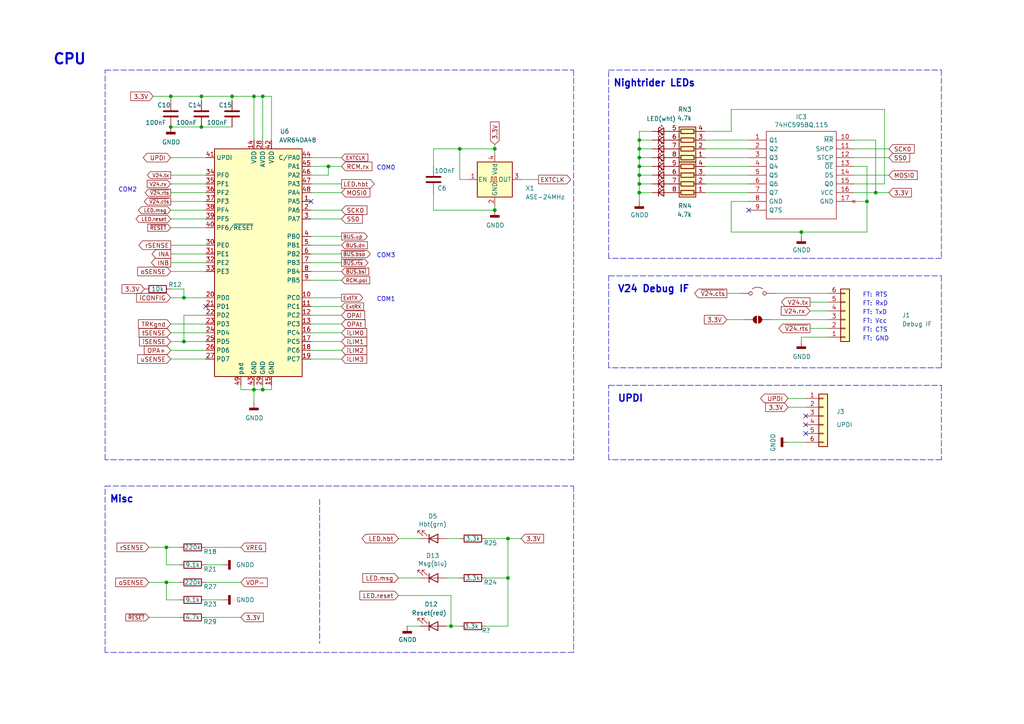
<source format=kicad_sch>
(kicad_sch (version 20250114) (generator "eeschema") (generator_version "9.0")
  (paper "A4")
  (title_block (title "RTB C12 Module") (date "2025-09-22") (rev "2") (company "Frank Schumacher") (comment 1 "Booster"))
  (lib_symbols
    (symbol "AVR32DA48_1"
      (property "Reference" "U" (at -12.7 34.29 0))
      (property "Value" "AVR32DA48" (at -5.08 -6.35 0))
      (symbol "AVR32DA48_1_0_1"
        (rectangle (start -12.7 -33.02) (end 12.7 33.02) (stroke (width 0.254)) (fill (type background)))
      )
      (symbol "AVR32DA48_1_1_1"
        (pin bidirectional line (at -15.24 30.48 0) (length 2.54) (name "UPDI") (number "41"))
        (pin bidirectional line (at -15.24 25.4 0) (length 2.54) (name "PF0") (number "34"))
        (pin bidirectional line (at -15.24 22.86 0) (length 2.54) (name "PF1") (number "35"))
        (pin bidirectional line (at -15.24 20.32 0) (length 2.54) (name "PF2") (number "36"))
        (pin bidirectional line (at -15.24 17.78 0) (length 2.54) (name "PF3") (number "37"))
        (pin bidirectional line (at -15.24 15.24 0) (length 2.54) (name "PF4") (number "38"))
        (pin bidirectional line (at -15.24 12.7 0) (length 2.54) (name "PF5") (number "39"))
        (pin bidirectional line (at -15.24 10.16 0) (length 2.54) (name "PF6/~{RESET}") (number "40"))
        (pin bidirectional line (at -15.24 5.08 0) (length 2.54) (name "PE0") (number "30"))
        (pin bidirectional line (at -15.24 2.54 0) (length 2.54) (name "PE1") (number "31"))
        (pin bidirectional line (at -15.24 0 0) (length 2.54) (name "PE2") (number "32"))
        (pin bidirectional line (at -15.24 -2.54 0) (length 2.54) (name "PE3") (number "33"))
        (pin bidirectional line (at -15.24 -10.16 0) (length 2.54) (name "PD0") (number "20"))
        (pin bidirectional line (at -15.24 -12.7 0) (length 2.54) (name "PD1") (number "21"))
        (pin bidirectional line (at -15.24 -15.24 0) (length 2.54) (name "PD2") (number "22"))
        (pin bidirectional line (at -15.24 -17.78 0) (length 2.54) (name "PD3") (number "23"))
        (pin bidirectional line (at -15.24 -20.32 0) (length 2.54) (name "PD4") (number "24"))
        (pin bidirectional line (at -15.24 -22.86 0) (length 2.54) (name "PD5") (number "25"))
        (pin bidirectional line (at -15.24 -25.4 0) (length 2.54) (name "PD6") (number "26"))
        (pin bidirectional line (at -15.24 -27.94 0) (length 2.54) (name "PD7") (number "27"))
        (pin passive line (at -5.08 -35.56 90) (length 2.54) (name "pad") (number "49"))
        (pin power_in line (at -1.27 35.56 270) (length 2.54) (name "VDD") (number "14"))
        (pin passive line (at -1.27 35.56 270) (length 2.54) (hide yes) (name "VDD") (number "42"))
        (pin power_in line (at -1.27 -35.56 90) (length 2.54) (name "GND") (number "43"))
        (pin power_in line (at 1.27 35.56 270) (length 2.54) (name "AVDD") (number "28"))
        (pin power_in line (at 1.27 -35.56 90) (length 2.54) (name "GND") (number "29"))
        (pin power_in line (at 3.81 35.56 270) (length 2.54) (name "VDD") (number "42"))
        (pin power_in line (at 3.81 -35.56 90) (length 2.54) (name "GND") (number "15"))
        (pin passive line (at 3.81 -35.56 90) (length 2.54) (hide yes) (name "GND") (number "29"))
        (pin passive line (at 3.81 -35.56 90) (length 2.54) (hide yes) (name "GND") (number "43"))
        (pin passive line (at 3.81 -35.56 90) (length 2.54) (hide yes) (name "GND") (number "49"))
        (pin bidirectional line (at 15.24 30.48 180) (length 2.54) (name "C/PA0") (number "44"))
        (pin bidirectional line (at 15.24 27.94 180) (length 2.54) (name "PA1") (number "45"))
        (pin bidirectional line (at 15.24 25.4 180) (length 2.54) (name "PA2") (number "46"))
        (pin bidirectional line (at 15.24 22.86 180) (length 2.54) (name "PA3") (number "47"))
        (pin bidirectional line (at 15.24 20.32 180) (length 2.54) (name "PA4") (number "48"))
        (pin bidirectional line (at 15.24 17.78 180) (length 2.54) (name "PA5") (number "1"))
        (pin bidirectional line (at 15.24 15.24 180) (length 2.54) (name "PA6") (number "2"))
        (pin bidirectional line (at 15.24 12.7 180) (length 2.54) (name "PA7") (number "3"))
        (pin bidirectional line (at 15.24 7.62 180) (length 2.54) (name "PB0") (number "4"))
        (pin bidirectional line (at 15.24 5.08 180) (length 2.54) (name "PB1") (number "5"))
        (pin bidirectional line (at 15.24 2.54 180) (length 2.54) (name "PB2") (number "6"))
        (pin bidirectional line (at 15.24 0 180) (length 2.54) (name "PB3") (number "7"))
        (pin bidirectional line (at 15.24 -2.54 180) (length 2.54) (name "PB4") (number "8"))
        (pin bidirectional line (at 15.24 -5.08 180) (length 2.54) (name "PB5") (number "9"))
        (pin bidirectional line (at 15.24 -10.16 180) (length 2.54) (name "PC0") (number "10"))
        (pin bidirectional line (at 15.24 -12.7 180) (length 2.54) (name "PC1") (number "11"))
        (pin bidirectional line (at 15.24 -15.24 180) (length 2.54) (name "PC2") (number "12"))
        (pin bidirectional line (at 15.24 -17.78 180) (length 2.54) (name "PC3") (number "13"))
        (pin bidirectional line (at 15.24 -20.32 180) (length 2.54) (name "PC4") (number "16"))
        (pin bidirectional line (at 15.24 -22.86 180) (length 2.54) (name "PC5") (number "17"))
        (pin bidirectional line (at 15.24 -25.4 180) (length 2.54) (name "PC6") (number "18"))
        (pin bidirectional line (at 15.24 -27.94 180) (length 2.54) (name "PC7") (number "19"))
      )
    )
    (symbol "Connector_Generic:Conn_01x06" (pin_names (offset 1.016) (hide yes))
      (property "Reference" "J" (at 0 7.62 0))
      (property "Value" "Conn_01x06" (at 0 -10.16 0))
      (symbol "Conn_01x06_1_1"
        (rectangle (start -1.27 6.35) (end 1.27 -8.89) (stroke (width 0.254)) (fill (type background)))
        (rectangle (start -1.27 5.207) (end 0 4.953) (stroke (width 0.1524)))
        (rectangle (start -1.27 2.667) (end 0 2.413) (stroke (width 0.1524)))
        (rectangle (start -1.27 0.127) (end 0 -0.127) (stroke (width 0.1524)))
        (rectangle (start -1.27 -2.413) (end 0 -2.667) (stroke (width 0.1524)))
        (rectangle (start -1.27 -4.953) (end 0 -5.207) (stroke (width 0.1524)))
        (rectangle (start -1.27 -7.493) (end 0 -7.747) (stroke (width 0.1524)))
        (pin passive line (at -5.08 5.08 0) (length 3.81) (name "Pin_1") (number "1"))
        (pin passive line (at -5.08 2.54 0) (length 3.81) (name "Pin_2") (number "2"))
        (pin passive line (at -5.08 0 0) (length 3.81) (name "Pin_3") (number "3"))
        (pin passive line (at -5.08 -2.54 0) (length 3.81) (name "Pin_4") (number "4"))
        (pin passive line (at -5.08 -5.08 0) (length 3.81) (name "Pin_5") (number "5"))
        (pin passive line (at -5.08 -7.62 0) (length 3.81) (name "Pin_6") (number "6"))
      )
    )
    (symbol "Device:C" (pin_numbers (hide yes)) (pin_names (offset 0.254))
      (property "Reference" "C" (at 0.635 2.54 0))
      (property "Value" "C" (at 0.635 -2.54 0))
      (symbol "C_0_1"
        (polyline (pts (xy -2.032 0.762) (xy 2.032 0.762)) (stroke (width 0.508)))
        (polyline (pts (xy -2.032 -0.762) (xy 2.032 -0.762)) (stroke (width 0.508)))
      )
      (symbol "C_1_1"
        (pin passive line (at 0 3.81 270) (length 2.794) (name "~") (number "1"))
        (pin passive line (at 0 -3.81 90) (length 2.794) (name "~") (number "2"))
      )
    )
    (symbol "Device:LED" (pin_numbers (hide yes)) (pin_names (offset 1.016) (hide yes))
      (property "Reference" "D" (at 0 2.54 0))
      (property "Value" "LED" (at 0 -2.54 0))
      (symbol "LED_0_1"
        (polyline (pts (xy -3.048 -0.762) (xy -4.572 -2.286) (xy -3.81 -2.286) (xy -4.572 -2.286) (xy -4.572 -1.524)))
        (polyline (pts (xy -1.778 -0.762) (xy -3.302 -2.286) (xy -2.54 -2.286) (xy -3.302 -2.286) (xy -3.302 -1.524)))
        (polyline (pts (xy -1.27 0) (xy 1.27 0)))
        (polyline (pts (xy -1.27 -1.27) (xy -1.27 1.27)) (stroke (width 0.254)))
        (polyline (pts (xy 1.27 -1.27) (xy 1.27 1.27) (xy -1.27 0) (xy 1.27 -1.27)) (stroke (width 0.254)))
      )
      (symbol "LED_1_1"
        (pin passive line (at -3.81 0 0) (length 2.54) (name "K") (number "1"))
        (pin passive line (at 3.81 0 180) (length 2.54) (name "A") (number "2"))
      )
    )
    (symbol "Device:LED_Small" (pin_numbers (hide yes)) (pin_names (offset 0.254) (hide yes))
      (property "Reference" "D" (at -1.27 3.175 0))
      (property "Value" "LED_Small" (at -4.445 -2.54 0))
      (symbol "LED_Small_0_1"
        (polyline (pts (xy -0.762 -1.016) (xy -0.762 1.016)) (stroke (width 0.254)))
        (polyline (pts (xy 0 0.762) (xy -0.508 1.27) (xy -0.254 1.27) (xy -0.508 1.27) (xy -0.508 1.016)))
        (polyline (pts (xy 0.508 1.27) (xy 0 1.778) (xy 0.254 1.778) (xy 0 1.778) (xy 0 1.524)))
        (polyline (pts (xy 0.762 -1.016) (xy -0.762 0) (xy 0.762 1.016) (xy 0.762 -1.016)) (stroke (width 0.254)))
        (polyline (pts (xy 1.016 0) (xy -0.762 0)))
      )
      (symbol "LED_Small_1_1"
        (pin passive line (at -2.54 0 0) (length 1.778) (name "K") (number "1"))
        (pin passive line (at 2.54 0 180) (length 1.778) (name "A") (number "2"))
      )
    )
    (symbol "Device:R" (pin_numbers (hide yes)) (pin_names (offset 0))
      (property "Reference" "R" (at 2.032 0 90))
      (property "Value" "R" (at 0 0 90))
      (symbol "R_0_1"
        (rectangle (start -1.016 -2.54) (end 1.016 2.54) (stroke (width 0.254)))
      )
      (symbol "R_1_1"
        (pin passive line (at 0 3.81 270) (length 1.27) (name "~") (number "1"))
        (pin passive line (at 0 -3.81 90) (length 1.27) (name "~") (number "2"))
      )
    )
    (symbol "Device:R_Pack04" (pin_names (offset 0) (hide yes))
      (property "Reference" "RN" (at -7.62 0 90))
      (property "Value" "R_Pack04" (at 5.08 0 90))
      (symbol "R_Pack04_0_1"
        (rectangle (start -6.35 -2.413) (end 3.81 2.413) (stroke (width 0.254)) (fill (type background)))
        (rectangle (start -5.715 1.905) (end -4.445 -1.905) (stroke (width 0.254)))
        (polyline (pts (xy -5.08 1.905) (xy -5.08 2.54)))
        (polyline (pts (xy -5.08 -2.54) (xy -5.08 -1.905)))
        (rectangle (start -3.175 1.905) (end -1.905 -1.905) (stroke (width 0.254)))
        (polyline (pts (xy -2.54 1.905) (xy -2.54 2.54)))
        (polyline (pts (xy -2.54 -2.54) (xy -2.54 -1.905)))
        (rectangle (start -0.635 1.905) (end 0.635 -1.905) (stroke (width 0.254)))
        (polyline (pts (xy 0 1.905) (xy 0 2.54)))
        (polyline (pts (xy 0 -2.54) (xy 0 -1.905)))
        (rectangle (start 1.905 1.905) (end 3.175 -1.905) (stroke (width 0.254)))
        (polyline (pts (xy 2.54 1.905) (xy 2.54 2.54)))
        (polyline (pts (xy 2.54 -2.54) (xy 2.54 -1.905)))
      )
      (symbol "R_Pack04_1_1"
        (pin passive line (at -5.08 5.08 270) (length 2.54) (name "R1.2") (number "8"))
        (pin passive line (at -5.08 -5.08 90) (length 2.54) (name "R1.1") (number "1"))
        (pin passive line (at -2.54 5.08 270) (length 2.54) (name "R2.2") (number "7"))
        (pin passive line (at -2.54 -5.08 90) (length 2.54) (name "R2.1") (number "2"))
        (pin passive line (at 0 5.08 270) (length 2.54) (name "R3.2") (number "6"))
        (pin passive line (at 0 -5.08 90) (length 2.54) (name "R3.1") (number "3"))
        (pin passive line (at 2.54 5.08 270) (length 2.54) (name "R4.2") (number "5"))
        (pin passive line (at 2.54 -5.08 90) (length 2.54) (name "R4.1") (number "4"))
      )
    )
    (symbol "Jumper:Jumper_2_Open" (pin_numbers (hide yes)) (pin_names (offset 0) (hide yes))
      (property "Reference" "JP" (at 0 2.794 0))
      (property "Value" "Jumper_2_Open" (at 0 -2.286 0))
      (symbol "Jumper_2_Open_0_0"
        (circle (center -2.032 0) (radius 0.508))
        (circle (center 2.032 0) (radius 0.508))
      )
      (symbol "Jumper_2_Open_0_1"
        (arc (start -1.524 1.27) (mid 0 1.778) (end 1.524 1.27))
      )
      (symbol "Jumper_2_Open_1_1"
        (pin passive line (at -5.08 0 0) (length 2.54) (name "A") (number "1"))
        (pin passive line (at 5.08 0 180) (length 2.54) (name "B") (number "2"))
      )
    )
    (symbol "Jumper:SolderJumper_2_Open" (pin_numbers (hide yes)) (pin_names (offset 0) (hide yes)) (in_bom no)
      (property "Reference" "JP" (at 0 2.032 0))
      (property "Value" "SolderJumper_2_Open" (at 0 -2.54 0))
      (symbol "SolderJumper_2_Open_0_1"
        (polyline (pts (xy -0.254 1.016) (xy -0.254 -1.016)))
        (arc (start -0.254 -1.016) (mid -1.2656 0) (end -0.254 1.016))
        (arc (start -0.254 -1.016) (mid -1.2656 0) (end -0.254 1.016) (fill (type outline)))
        (arc (start 0.254 1.016) (mid 1.2656 0) (end 0.254 -1.016))
        (arc (start 0.254 1.016) (mid 1.2656 0) (end 0.254 -1.016) (fill (type outline)))
        (polyline (pts (xy 0.254 1.016) (xy 0.254 -1.016)))
      )
      (symbol "SolderJumper_2_Open_1_1"
        (pin passive line (at -3.81 0 0) (length 2.54) (name "A") (number "1"))
        (pin passive line (at 3.81 0 180) (length 2.54) (name "B") (number "2"))
      )
    )
    (symbol "Oscillator:ASE-xxxMHz" (pin_names (offset 0.254))
      (property "Reference" "Y" (at -5.08 6.35 0))
      (property "Value" "ASE-xxxMHz" (at 1.27 -6.35 0))
      (symbol "ASE-xxxMHz_0_1"
        (rectangle (start -5.08 5.08) (end 5.08 -5.08) (stroke (width 0.254)) (fill (type background)))
        (polyline (pts (xy -1.27 -0.762) (xy -1.016 -0.762) (xy -1.016 0.762) (xy -0.508 0.762) (xy -0.508 -0.762) (xy 0 -0.762) (xy 0 0.762) (xy 0.508 0.762) (xy 0.508 -0.762) (xy 0.762 -0.762)))
      )
      (symbol "ASE-xxxMHz_1_1"
        (pin input line (at -7.62 0 0) (length 2.54) (name "EN") (number "1"))
        (pin power_in line (at 0 7.62 270) (length 2.54) (name "Vdd") (number "4"))
        (pin power_in line (at 0 -7.62 90) (length 2.54) (name "GND") (number "2"))
        (pin output line (at 7.62 0 180) (length 2.54) (name "OUT") (number "3"))
      )
    )
    (symbol "RTB:74HC595BQ,115" (pin_names (offset 0.762))
      (property "Reference" "IC" (at 26.67 7.62 0))
      (property "Value" "74HC595BQ,115" (at 26.67 5.08 0))
      (symbol "74HC595BQ,115_0_0"
        (pin tri_state line (at 0 0 0) (length 5.08) (name "Q1") (number "1"))
        (pin tri_state line (at 0 -2.54 0) (length 5.08) (name "Q2") (number "2"))
        (pin tri_state line (at 0 -5.08 0) (length 5.08) (name "Q3") (number "3"))
        (pin tri_state line (at 0 -7.62 0) (length 5.08) (name "Q4") (number "4"))
        (pin tri_state line (at 0 -10.16 0) (length 5.08) (name "Q5") (number "5"))
        (pin tri_state line (at 0 -12.7 0) (length 5.08) (name "Q6") (number "6"))
        (pin tri_state line (at 0 -15.24 0) (length 5.08) (name "Q7") (number "7"))
        (pin power_in line (at 0 -17.78 0) (length 5.08) (name "GND") (number "8"))
        (pin output line (at 0 -20.32 0) (length 5.08) (name "Q7S") (number "9"))
        (pin input line (at 30.48 0 180) (length 5.08) (name "~{MR}") (number "10"))
        (pin input line (at 30.48 -2.54 180) (length 5.08) (name "SHCP") (number "11"))
        (pin input line (at 30.48 -5.08 180) (length 5.08) (name "STCP") (number "12"))
        (pin input line (at 30.48 -7.62 180) (length 5.08) (name "~{OE}") (number "13"))
        (pin input line (at 30.48 -10.16 180) (length 5.08) (name "DS") (number "14"))
        (pin tri_state line (at 30.48 -12.7 180) (length 5.08) (name "Q0") (number "15"))
        (pin power_in line (at 30.48 -15.24 180) (length 5.08) (name "VCC") (number "16"))
        (pin no_connect line (at 30.48 -17.78 180) (length 5.08) (name "GND") (number "17"))
      )
      (symbol "74HC595BQ,115_0_1"
        (polyline (pts (xy 5.08 2.54) (xy 25.4 2.54) (xy 25.4 -22.86) (xy 5.08 -22.86) (xy 5.08 2.54)) (stroke (width 0.1524)))
      )
    )
    (symbol "RTB:AVR32DA48"
      (property "Reference" "U" (at -12.7 34.29 0))
      (property "Value" "AVR32DA48" (at -5.08 -6.35 0))
      (symbol "AVR32DA48_0_1"
        (rectangle (start -12.7 -33.02) (end 12.7 33.02) (stroke (width 0.254)) (fill (type background)))
      )
      (symbol "AVR32DA48_1_1"
        (pin bidirectional line (at -15.24 30.48 0) (length 2.54) (name "UPDI") (number "41"))
        (pin bidirectional line (at -15.24 25.4 0) (length 2.54) (name "PF0") (number "34"))
        (pin bidirectional line (at -15.24 22.86 0) (length 2.54) (name "PF1") (number "35"))
        (pin bidirectional line (at -15.24 20.32 0) (length 2.54) (name "PF2") (number "36"))
        (pin bidirectional line (at -15.24 17.78 0) (length 2.54) (name "PF3") (number "37"))
        (pin bidirectional line (at -15.24 15.24 0) (length 2.54) (name "PF4") (number "38"))
        (pin bidirectional line (at -15.24 12.7 0) (length 2.54) (name "PF5") (number "39"))
        (pin bidirectional line (at -15.24 10.16 0) (length 2.54) (name "PF6/~{RESET}") (number "40"))
        (pin bidirectional line (at -15.24 5.08 0) (length 2.54) (name "PE0") (number "30"))
        (pin bidirectional line (at -15.24 2.54 0) (length 2.54) (name "PE1") (number "31"))
        (pin bidirectional line (at -15.24 0 0) (length 2.54) (name "PE2") (number "32"))
        (pin bidirectional line (at -15.24 -2.54 0) (length 2.54) (name "PE3") (number "33"))
        (pin bidirectional line (at -15.24 -10.16 0) (length 2.54) (name "PD0") (number "20"))
        (pin bidirectional line (at -15.24 -12.7 0) (length 2.54) (name "PD1") (number "21"))
        (pin bidirectional line (at -15.24 -15.24 0) (length 2.54) (name "PD2") (number "22"))
        (pin bidirectional line (at -15.24 -17.78 0) (length 2.54) (name "PD3") (number "23"))
        (pin bidirectional line (at -15.24 -20.32 0) (length 2.54) (name "PD4") (number "24"))
        (pin bidirectional line (at -15.24 -22.86 0) (length 2.54) (name "PD5") (number "25"))
        (pin bidirectional line (at -15.24 -25.4 0) (length 2.54) (name "PD6") (number "26"))
        (pin bidirectional line (at -15.24 -27.94 0) (length 2.54) (name "PD7") (number "27"))
        (pin passive line (at -5.08 -35.56 90) (length 2.54) (name "pad") (number "49"))
        (pin power_in line (at -1.27 35.56 270) (length 2.54) (name "VDD") (number "14"))
        (pin passive line (at -1.27 35.56 270) (length 2.54) (hide yes) (name "VDD") (number "42"))
        (pin power_in line (at -1.27 -35.56 90) (length 2.54) (name "GND") (number "43"))
        (pin power_in line (at 1.27 35.56 270) (length 2.54) (name "AVDD") (number "28"))
        (pin power_in line (at 1.27 -35.56 90) (length 2.54) (name "GND") (number "29"))
        (pin power_in line (at 3.81 35.56 270) (length 2.54) (name "VDD") (number "42"))
        (pin power_in line (at 3.81 -35.56 90) (length 2.54) (name "GND") (number "15"))
        (pin passive line (at 3.81 -35.56 90) (length 2.54) (hide yes) (name "GND") (number "29"))
        (pin passive line (at 3.81 -35.56 90) (length 2.54) (hide yes) (name "GND") (number "43"))
        (pin passive line (at 3.81 -35.56 90) (length 2.54) (hide yes) (name "GND") (number "49"))
        (pin bidirectional line (at 15.24 30.48 180) (length 2.54) (name "C/PA0") (number "44"))
        (pin bidirectional line (at 15.24 27.94 180) (length 2.54) (name "PA1") (number "45"))
        (pin bidirectional line (at 15.24 25.4 180) (length 2.54) (name "PA2") (number "46"))
        (pin bidirectional line (at 15.24 22.86 180) (length 2.54) (name "PA3") (number "47"))
        (pin bidirectional line (at 15.24 20.32 180) (length 2.54) (name "PA4") (number "48"))
        (pin bidirectional line (at 15.24 17.78 180) (length 2.54) (name "PA5") (number "1"))
        (pin bidirectional line (at 15.24 15.24 180) (length 2.54) (name "PA6") (number "2"))
        (pin bidirectional line (at 15.24 12.7 180) (length 2.54) (name "PA7") (number "3"))
        (pin bidirectional line (at 15.24 7.62 180) (length 2.54) (name "PB0") (number "4"))
        (pin bidirectional line (at 15.24 5.08 180) (length 2.54) (name "PB1") (number "5"))
        (pin bidirectional line (at 15.24 2.54 180) (length 2.54) (name "PB2") (number "6"))
        (pin bidirectional line (at 15.24 0 180) (length 2.54) (name "PB3") (number "7"))
        (pin bidirectional line (at 15.24 -2.54 180) (length 2.54) (name "PB4") (number "8"))
        (pin bidirectional line (at 15.24 -5.08 180) (length 2.54) (name "PB5") (number "9"))
        (pin bidirectional line (at 15.24 -10.16 180) (length 2.54) (name "PC0") (number "10"))
        (pin bidirectional line (at 15.24 -12.7 180) (length 2.54) (name "PC1") (number "11"))
        (pin bidirectional line (at 15.24 -15.24 180) (length 2.54) (name "PC2") (number "12"))
        (pin bidirectional line (at 15.24 -17.78 180) (length 2.54) (name "PC3") (number "13"))
        (pin bidirectional line (at 15.24 -20.32 180) (length 2.54) (name "PC4") (number "16"))
        (pin bidirectional line (at 15.24 -22.86 180) (length 2.54) (name "PC5") (number "17"))
        (pin bidirectional line (at 15.24 -25.4 180) (length 2.54) (name "PC6") (number "18"))
        (pin bidirectional line (at 15.24 -27.94 180) (length 2.54) (name "PC7") (number "19"))
      )
    )
    (symbol "power:GNDD" (power) (pin_numbers (hide yes)) (pin_names (offset 0) (hide yes))
      (property "Value" "GNDD" (at 0 -3.175 0))
      (symbol "GNDD_0_1"
        (rectangle (start -1.27 -1.524) (end 1.27 -2.032) (stroke (width 0.254)) (fill (type outline)))
        (polyline (pts (xy 0 0) (xy 0 -1.524)))
      )
      (symbol "GNDD_1_1"
        (pin power_in line (at 0 0 270) (length 0) (name "~") (number "1"))
      )
    )
  )
  (text "FT: GND\n" (at 250.19 99.06 0) (effects (font (size 1.27 1.27)) (justify left bottom)))
  (text "Misc" (at 31.75 146.05 0) (effects (font (size 2.0066 2.0066) (thickness 0.4013) (bold yes)) (justify left bottom)))
  (text "COM0" (at 109.22 49.53 0) (effects (font (size 1.27 1.27)) (justify left bottom)))
  (text "COM1" (at 109.22 87.63 0) (effects (font (size 1.27 1.27)) (justify left bottom)))
  (text "UPDI" (at 179.07 116.84 0) (effects (font (size 2.0066 2.0066) (thickness 0.4013) (bold yes)) (justify left bottom)))
  (text "Nightrider LEDs" (at 177.8 25.4 0) (effects (font (size 2.0066 2.0066) (thickness 0.4013) (bold yes)) (justify left bottom)))
  (text "FT: RTS" (at 250.19 86.36 0) (effects (font (size 1.27 1.27)) (justify left bottom)))
  (text "FT: Vcc\n" (at 250.19 93.98 0) (effects (font (size 1.27 1.27)) (justify left bottom)))
  (text "FT: CTS\n" (at 250.19 96.52 0) (effects (font (size 1.27 1.27)) (justify left bottom)))
  (text "FT: RxD\n" (at 250.19 88.9 0) (effects (font (size 1.27 1.27)) (justify left bottom)))
  (text "COM2" (at 34.29 55.88 0) (effects (font (size 1.27 1.27)) (justify left bottom)))
  (text "COM3" (at 109.22 74.93 0) (effects (font (size 1.27 1.27)) (justify left bottom)))
  (text "FT: TxD\n" (at 250.19 91.44 0) (effects (font (size 1.27 1.27)) (justify left bottom)))
  (text "CPU" (at 15.24 19.05 0) (effects (font (size 2.9972 2.9972) (thickness 0.5994) (bold yes)) (justify left bottom)))
  (text "V24 Debug IF" (at 179.07 85.09 0) (effects (font (size 2.0066 2.0066) (thickness 0.4013) (bold yes)) (justify left bottom)))
  (junction (at 58.42 36.83))
  (junction (at 53.34 99.06))
  (junction (at 147.32 167.64))
  (junction (at 185.42 43.18))
  (junction (at 185.42 50.8))
  (junction (at 73.66 113.03))
  (junction (at 53.34 86.36))
  (junction (at 130.81 181.61))
  (junction (at 185.42 55.88))
  (junction (at 147.32 156.21))
  (junction (at 185.42 48.26))
  (junction (at 48.26 158.75))
  (junction (at 251.46 58.42))
  (junction (at 185.42 40.64))
  (junction (at 133.35 43.18))
  (junction (at 49.53 27.94))
  (junction (at 76.2 113.03))
  (junction (at 67.31 27.94))
  (junction (at 143.51 43.18))
  (junction (at 185.42 45.72))
  (junction (at 76.2 27.94))
  (junction (at 95.25 48.26))
  (junction (at 254 55.88))
  (junction (at 232.41 67.31))
  (junction (at 48.26 168.91))
  (junction (at 49.53 36.83))
  (junction (at 58.42 27.94))
  (junction (at 73.66 27.94))
  (junction (at 143.51 60.96))
  (junction (at 185.42 53.34))
  (no_connect (at 59.69 88.9))
  (no_connect (at 90.17 58.42))
  (no_connect (at 233.68 120.65))
  (no_connect (at 233.68 123.19))
  (no_connect (at 217.17 60.96))
  (no_connect (at 233.68 125.73))
  (wire (pts (xy 189.23 50.8) (xy 185.42 50.8)))
  (polyline (pts (xy 30.48 20.32) (xy 166.37 20.32)) (stroke (width 0) (type dash)))
  (polyline (pts (xy 273.05 133.35) (xy 176.53 133.35)) (stroke (width 0) (type dash)))
  (wire (pts (xy 232.41 67.31) (xy 251.46 67.31)))
  (polyline (pts (xy 176.53 74.93) (xy 176.53 20.32)) (stroke (width 0) (type dash)))
  (wire (pts (xy 59.69 76.2) (xy 49.53 76.2)))
  (wire (pts (xy 49.53 29.21) (xy 49.53 27.94)))
  (wire (pts (xy 90.17 71.12) (xy 99.06 71.12)))
  (wire (pts (xy 185.42 55.88) (xy 189.23 55.88)))
  (wire (pts (xy 143.51 43.18) (xy 133.35 43.18)))
  (wire (pts (xy 53.34 91.44) (xy 53.34 99.06)))
  (wire (pts (xy 67.31 29.21) (xy 67.31 27.94)))
  (wire (pts (xy 59.69 55.88) (xy 49.53 55.88)))
  (wire (pts (xy 247.65 55.88) (xy 254 55.88)))
  (wire (pts (xy 217.17 53.34) (xy 204.47 53.34)))
  (wire (pts (xy 49.53 60.96) (xy 59.69 60.96)))
  (wire (pts (xy 247.65 43.18) (xy 257.81 43.18)))
  (wire (pts (xy 90.17 50.8) (xy 95.25 50.8)))
  (wire (pts (xy 133.35 52.07) (xy 133.35 43.18)))
  (wire (pts (xy 59.69 53.34) (xy 49.53 53.34)))
  (polyline (pts (xy 30.48 140.97) (xy 166.37 140.97)) (stroke (width 0) (type dash)))
  (wire (pts (xy 189.23 40.64) (xy 185.42 40.64)))
  (wire (pts (xy 240.03 87.63) (xy 234.95 87.63)))
  (wire (pts (xy 185.42 50.8) (xy 185.42 53.34)))
  (wire (pts (xy 73.66 113.03) (xy 76.2 113.03)))
  (wire (pts (xy 189.23 48.26) (xy 185.42 48.26)))
  (wire (pts (xy 49.53 101.6) (xy 59.69 101.6)))
  (wire (pts (xy 247.65 53.34) (xy 256.54 53.34)))
  (wire (pts (xy 59.69 78.74) (xy 49.53 78.74)))
  (wire (pts (xy 115.57 167.64) (xy 121.92 167.64)))
  (wire (pts (xy 147.32 167.64) (xy 147.32 156.21)))
  (wire (pts (xy 48.26 158.75) (xy 52.07 158.75)))
  (wire (pts (xy 185.42 40.64) (xy 185.42 43.18)))
  (wire (pts (xy 49.53 63.5) (xy 59.69 63.5)))
  (wire (pts (xy 129.54 167.64) (xy 133.35 167.64)))
  (wire (pts (xy 189.23 43.18) (xy 185.42 43.18)))
  (wire (pts (xy 49.53 45.72) (xy 59.69 45.72)))
  (wire (pts (xy 76.2 113.03) (xy 76.2 111.76)))
  (wire (pts (xy 49.53 66.04) (xy 59.69 66.04)))
  (wire (pts (xy 59.69 158.75) (xy 69.85 158.75)))
  (wire (pts (xy 90.17 68.58) (xy 99.06 68.58)))
  (wire (pts (xy 240.03 90.17) (xy 234.95 90.17)))
  (wire (pts (xy 67.31 36.83) (xy 58.42 36.83)))
  (wire (pts (xy 48.26 163.83) (xy 48.26 158.75)))
  (wire (pts (xy 125.73 60.96) (xy 125.73 55.88)))
  (wire (pts (xy 217.17 55.88) (xy 204.47 55.88)))
  (wire (pts (xy 43.18 158.75) (xy 48.26 158.75)))
  (polyline (pts (xy 273.05 111.76) (xy 273.05 133.35)) (stroke (width 0) (type dash)))
  (wire (pts (xy 90.17 96.52) (xy 99.06 96.52)))
  (wire (pts (xy 58.42 29.21) (xy 58.42 27.94)))
  (wire (pts (xy 90.17 104.14) (xy 99.06 104.14)))
  (wire (pts (xy 185.42 53.34) (xy 185.42 55.88)))
  (wire (pts (xy 76.2 27.94) (xy 78.74 27.94)))
  (wire (pts (xy 49.53 83.82) (xy 53.34 83.82)))
  (wire (pts (xy 90.17 86.36) (xy 99.06 86.36)))
  (wire (pts (xy 90.17 63.5) (xy 99.06 63.5)))
  (wire (pts (xy 58.42 27.94) (xy 67.31 27.94)))
  (polyline (pts (xy 176.53 111.76) (xy 273.05 111.76)) (stroke (width 0) (type dash)))
  (wire (pts (xy 52.07 163.83) (xy 48.26 163.83)))
  (wire (pts (xy 204.47 45.72) (xy 217.17 45.72)))
  (wire (pts (xy 185.42 48.26) (xy 185.42 50.8)))
  (wire (pts (xy 99.06 93.98) (xy 90.17 93.98)))
  (wire (pts (xy 247.65 50.8) (xy 257.81 50.8)))
  (wire (pts (xy 217.17 58.42) (xy 212.09 58.42)))
  (wire (pts (xy 232.41 67.31) (xy 232.41 68.58)))
  (wire (pts (xy 49.53 93.98) (xy 59.69 93.98)))
  (wire (pts (xy 95.25 50.8) (xy 95.25 48.26)))
  (wire (pts (xy 49.53 86.36) (xy 53.34 86.36)))
  (wire (pts (xy 140.97 181.61) (xy 147.32 181.61)))
  (wire (pts (xy 43.18 168.91) (xy 48.26 168.91)))
  (wire (pts (xy 189.23 53.34) (xy 185.42 53.34)))
  (polyline (pts (xy 30.48 189.23) (xy 30.48 140.97)) (stroke (width 0) (type dash)))
  (wire (pts (xy 185.42 38.1) (xy 185.42 40.64)))
  (polyline (pts (xy 273.05 106.68) (xy 176.53 106.68)) (stroke (width 0) (type dash)))
  (wire (pts (xy 130.81 172.72) (xy 115.57 172.72)))
  (wire (pts (xy 59.69 58.42) (xy 49.53 58.42)))
  (wire (pts (xy 90.17 60.96) (xy 99.06 60.96)))
  (wire (pts (xy 247.65 58.42) (xy 251.46 58.42)))
  (wire (pts (xy 210.82 92.71) (xy 215.9 92.71)))
  (wire (pts (xy 251.46 67.31) (xy 251.46 58.42)))
  (wire (pts (xy 212.09 67.31) (xy 232.41 67.31)))
  (wire (pts (xy 67.31 27.94) (xy 73.66 27.94)))
  (wire (pts (xy 247.65 40.64) (xy 254 40.64)))
  (wire (pts (xy 217.17 43.18) (xy 204.47 43.18)))
  (wire (pts (xy 53.34 91.44) (xy 59.69 91.44)))
  (wire (pts (xy 90.17 88.9) (xy 99.06 88.9)))
  (polyline (pts (xy 176.53 20.32) (xy 273.05 20.32)) (stroke (width 0) (type dash)))
  (wire (pts (xy 90.17 45.72) (xy 99.06 45.72)))
  (wire (pts (xy 234.95 95.25) (xy 240.03 95.25)))
  (wire (pts (xy 90.17 48.26) (xy 95.25 48.26)))
  (wire (pts (xy 73.66 111.76) (xy 73.66 113.03)))
  (wire (pts (xy 233.68 118.11) (xy 228.6 118.11)))
  (wire (pts (xy 212.09 31.75) (xy 212.09 38.1)))
  (polyline (pts (xy 166.37 140.97) (xy 166.37 189.23)) (stroke (width 0) (type dash)))
  (wire (pts (xy 90.17 99.06) (xy 99.06 99.06)))
  (wire (pts (xy 256.54 53.34) (xy 256.54 31.75)))
  (wire (pts (xy 118.11 181.61) (xy 121.92 181.61)))
  (wire (pts (xy 135.89 52.07) (xy 133.35 52.07)))
  (wire (pts (xy 189.23 45.72) (xy 185.42 45.72)))
  (wire (pts (xy 76.2 40.64) (xy 76.2 27.94)))
  (wire (pts (xy 53.34 99.06) (xy 49.53 99.06)))
  (wire (pts (xy 223.52 92.71) (xy 240.03 92.71)))
  (wire (pts (xy 73.66 40.64) (xy 73.66 27.94)))
  (wire (pts (xy 52.07 173.99) (xy 48.26 173.99)))
  (wire (pts (xy 254 40.64) (xy 254 55.88)))
  (wire (pts (xy 78.74 27.94) (xy 78.74 40.64)))
  (polyline (pts (xy 166.37 189.23) (xy 30.48 189.23)) (stroke (width 0) (type dash)))
  (wire (pts (xy 129.54 181.61) (xy 130.81 181.61)))
  (polyline (pts (xy 92.71 144.78) (xy 92.71 186.69)) (stroke (width 0) (type dash)))
  (wire (pts (xy 73.66 113.03) (xy 73.66 116.84)))
  (wire (pts (xy 151.13 52.07) (xy 156.21 52.07)))
  (wire (pts (xy 78.74 113.03) (xy 78.74 111.76)))
  (wire (pts (xy 59.69 173.99) (xy 64.77 173.99)))
  (polyline (pts (xy 166.37 133.35) (xy 30.48 133.35)) (stroke (width 0) (type dash)))
  (wire (pts (xy 59.69 73.66) (xy 49.53 73.66)))
  (wire (pts (xy 59.69 104.14) (xy 49.53 104.14)))
  (polyline (pts (xy 30.48 133.35) (xy 30.48 20.32)) (stroke (width 0) (type dash)))
  (wire (pts (xy 143.51 44.45) (xy 143.51 43.18)))
  (wire (pts (xy 256.54 31.75) (xy 212.09 31.75)))
  (wire (pts (xy 90.17 101.6) (xy 99.06 101.6)))
  (wire (pts (xy 90.17 73.66) (xy 99.06 73.66)))
  (wire (pts (xy 147.32 156.21) (xy 151.13 156.21)))
  (wire (pts (xy 140.97 156.21) (xy 147.32 156.21)))
  (wire (pts (xy 140.97 167.64) (xy 147.32 167.64)))
  (wire (pts (xy 233.68 128.27) (xy 228.6 128.27)))
  (wire (pts (xy 49.53 27.94) (xy 58.42 27.94)))
  (wire (pts (xy 73.66 113.03) (xy 69.85 113.03)))
  (wire (pts (xy 59.69 96.52) (xy 49.53 96.52)))
  (wire (pts (xy 143.51 60.96) (xy 125.73 60.96)))
  (wire (pts (xy 53.34 86.36) (xy 59.69 86.36)))
  (wire (pts (xy 76.2 113.03) (xy 78.74 113.03)))
  (wire (pts (xy 224.79 85.09) (xy 240.03 85.09)))
  (polyline (pts (xy 166.37 20.32) (xy 166.37 133.35)) (stroke (width 0) (type dash)))
  (wire (pts (xy 59.69 99.06) (xy 53.34 99.06)))
  (polyline (pts (xy 176.53 80.01) (xy 273.05 80.01)) (stroke (width 0) (type dash)))
  (wire (pts (xy 43.18 179.07) (xy 52.07 179.07)))
  (wire (pts (xy 90.17 81.28) (xy 99.06 81.28)))
  (polyline (pts (xy 273.05 20.32) (xy 273.05 74.93)) (stroke (width 0) (type dash)))
  (wire (pts (xy 189.23 38.1) (xy 185.42 38.1)))
  (wire (pts (xy 90.17 76.2) (xy 99.06 76.2)))
  (wire (pts (xy 247.65 48.26) (xy 251.46 48.26)))
  (wire (pts (xy 204.47 50.8) (xy 217.17 50.8)))
  (wire (pts (xy 59.69 71.12) (xy 49.53 71.12)))
  (wire (pts (xy 90.17 78.74) (xy 99.06 78.74)))
  (wire (pts (xy 90.17 55.88) (xy 99.06 55.88)))
  (wire (pts (xy 232.41 97.79) (xy 232.41 99.06)))
  (wire (pts (xy 133.35 43.18) (xy 125.73 43.18)))
  (wire (pts (xy 147.32 181.61) (xy 147.32 167.64)))
  (wire (pts (xy 48.26 173.99) (xy 48.26 168.91)))
  (wire (pts (xy 130.81 181.61) (xy 133.35 181.61)))
  (wire (pts (xy 53.34 83.82) (xy 53.34 86.36)))
  (wire (pts (xy 59.69 163.83) (xy 64.77 163.83)))
  (wire (pts (xy 130.81 181.61) (xy 130.81 172.72)))
  (wire (pts (xy 233.68 115.57) (xy 228.6 115.57)))
  (wire (pts (xy 212.09 58.42) (xy 212.09 67.31)))
  (wire (pts (xy 59.69 50.8) (xy 49.53 50.8)))
  (wire (pts (xy 95.25 48.26) (xy 99.06 48.26)))
  (polyline (pts (xy 176.53 133.35) (xy 176.53 111.76)) (stroke (width 0) (type dash)))
  (wire (pts (xy 204.47 40.64) (xy 217.17 40.64)))
  (wire (pts (xy 210.82 85.09) (xy 214.63 85.09)))
  (wire (pts (xy 49.53 36.83) (xy 58.42 36.83)))
  (wire (pts (xy 125.73 48.26) (xy 125.73 43.18)))
  (wire (pts (xy 59.69 179.07) (xy 69.85 179.07)))
  (wire (pts (xy 90.17 53.34) (xy 99.06 53.34)))
  (wire (pts (xy 129.54 156.21) (xy 133.35 156.21)))
  (wire (pts (xy 73.66 27.94) (xy 76.2 27.94)))
  (wire (pts (xy 115.57 156.21) (xy 121.92 156.21)))
  (wire (pts (xy 251.46 48.26) (xy 251.46 58.42)))
  (wire (pts (xy 143.51 43.18) (xy 143.51 41.91)))
  (wire (pts (xy 240.03 97.79) (xy 232.41 97.79)))
  (wire (pts (xy 48.26 168.91) (xy 52.07 168.91)))
  (wire (pts (xy 217.17 48.26) (xy 204.47 48.26)))
  (wire (pts (xy 254 55.88) (xy 257.81 55.88)))
  (wire (pts (xy 59.69 168.91) (xy 69.85 168.91)))
  (wire (pts (xy 69.85 113.03) (xy 69.85 111.76)))
  (polyline (pts (xy 176.53 106.68) (xy 176.53 80.01)) (stroke (width 0) (type dash)))
  (wire (pts (xy 185.42 45.72) (xy 185.42 48.26)))
  (wire (pts (xy 90.17 91.44) (xy 99.06 91.44)))
  (wire (pts (xy 185.42 43.18) (xy 185.42 45.72)))
  (wire (pts (xy 44.45 27.94) (xy 49.53 27.94)))
  (wire (pts (xy 185.42 55.88) (xy 185.42 58.42)))
  (polyline (pts (xy 273.05 80.01) (xy 273.05 106.68)) (stroke (width 0) (type dash)))
  (wire (pts (xy 212.09 38.1) (xy 204.47 38.1)))
  (wire (pts (xy 247.65 45.72) (xy 257.81 45.72)))
  (polyline (pts (xy 273.05 74.93) (xy 176.53 74.93)) (stroke (width 0) (type dash)))
  (wire (pts (xy 143.51 60.96) (xy 143.51 59.69)))
  (global_label "~{V24.cts}" (shape output) (at 49.53 58.42 180) (effects (font (size 1.0414 1.0414))) (property "Intersheetrefs" "${INTERSHEET_REFS}" (effects (hide yes))))
  (global_label "EXTCLK" (shape output) (at 156.21 52.07 0) (property "Intersheetrefs" "${INTERSHEET_REFS}" (effects (hide yes))))
  (global_label "3.3V" (shape input) (at 151.13 156.21 0) (property "Intersheetrefs" "${INTERSHEET_REFS}" (effects (hide yes))))
  (global_label "SS0" (shape input) (at 99.06 63.5 0) (property "Intersheetrefs" "${INTERSHEET_REFS}" (effects (hide yes))))
  (global_label "3.3V" (shape input) (at 210.82 92.71 180) (property "Intersheetrefs" "${INTERSHEET_REFS}" (effects (hide yes))))
  (global_label "iLIM2" (shape input) (at 99.06 101.6 0) (property "Intersheetrefs" "${INTERSHEET_REFS}" (effects (hide yes))))
  (global_label "tSENSE" (shape input) (at 49.53 96.52 180) (property "Intersheetrefs" "${INTERSHEET_REFS}" (effects (hide yes))))
  (global_label "3.3V" (shape input) (at 143.51 41.91 90) (property "Intersheetrefs" "${INTERSHEET_REFS}" (effects (hide yes))))
  (global_label "LED.msg" (shape bidirectional) (at 49.53 60.96 180) (effects (font (size 1.0414 1.0414))) (property "Intersheetrefs" "${INTERSHEET_REFS}" (effects (hide yes))))
  (global_label "iSENSE" (shape input) (at 49.53 99.06 180) (property "Intersheetrefs" "${INTERSHEET_REFS}" (effects (hide yes))))
  (global_label "~{RESET}" (shape input) (at 49.53 66.04 180) (effects (font (size 1.0414 1.0414))) (property "Intersheetrefs" "${INTERSHEET_REFS}" (effects (hide yes))))
  (global_label "SS0" (shape input) (at 257.81 45.72 0) (property "Intersheetrefs" "${INTERSHEET_REFS}" (effects (hide yes))))
  (global_label "~{V24.cts}" (shape output) (at 210.82 85.09 180) (property "Intersheetrefs" "${INTERSHEET_REFS}" (effects (hide yes))))
  (global_label "~{BUS.bso}" (shape output) (at 99.06 73.66 0) (effects (font (size 1.0414 1.0414))) (property "Intersheetrefs" "${INTERSHEET_REFS}" (effects (hide yes))))
  (global_label "BUS.dn" (shape input) (at 99.06 71.12 0) (effects (font (size 1.0414 1.0414))) (property "Intersheetrefs" "${INTERSHEET_REFS}" (effects (hide yes))))
  (global_label "OPAt" (shape input) (at 99.06 93.98 0) (property "Intersheetrefs" "${INTERSHEET_REFS}" (effects (hide yes))))
  (global_label "LED.msg" (shape input) (at 115.57 167.64 180) (property "Intersheetrefs" "${INTERSHEET_REFS}" (effects (hide yes))))
  (global_label "OPAi" (shape input) (at 99.06 91.44 0) (property "Intersheetrefs" "${INTERSHEET_REFS}" (effects (hide yes))))
  (global_label "oSENSE" (shape input) (at 43.18 168.91 180) (property "Intersheetrefs" "${INTERSHEET_REFS}" (effects (hide yes))))
  (global_label "V24.rx" (shape input) (at 234.95 90.17 180) (property "Intersheetrefs" "${INTERSHEET_REFS}" (effects (hide yes))))
  (global_label "3.3V" (shape input) (at 228.6 118.11 180) (property "Intersheetrefs" "${INTERSHEET_REFS}" (effects (hide yes))))
  (global_label "UPDI" (shape bidirectional) (at 228.6 115.57 180) (property "Intersheetrefs" "${INTERSHEET_REFS}" (effects (hide yes))))
  (global_label "OPA+" (shape input) (at 49.53 101.6 180) (property "Intersheetrefs" "${INTERSHEET_REFS}" (effects (hide yes))))
  (global_label "LED.reset" (shape input) (at 115.57 172.72 180) (property "Intersheetrefs" "${INTERSHEET_REFS}" (effects (hide yes))))
  (global_label "uSENSE" (shape input) (at 49.53 104.14 180) (property "Intersheetrefs" "${INTERSHEET_REFS}" (effects (hide yes))))
  (global_label "SCK0" (shape input) (at 257.81 43.18 0) (property "Intersheetrefs" "${INTERSHEET_REFS}" (effects (hide yes))))
  (global_label "V24.tx" (shape output) (at 49.53 50.8 180) (effects (font (size 1.0414 1.0414))) (property "Intersheetrefs" "${INTERSHEET_REFS}" (effects (hide yes))))
  (global_label "UPDI" (shape bidirectional) (at 49.53 45.72 180) (property "Intersheetrefs" "${INTERSHEET_REFS}" (effects (hide yes))))
  (global_label "SCK0" (shape input) (at 99.06 60.96 0) (property "Intersheetrefs" "${INTERSHEET_REFS}" (effects (hide yes))))
  (global_label "oSENSE" (shape input) (at 49.53 78.74 180) (property "Intersheetrefs" "${INTERSHEET_REFS}" (effects (hide yes))))
  (global_label "ExtTX" (shape output) (at 99.06 86.36 0) (effects (font (size 1.0414 1.0414))) (property "Intersheetrefs" "${INTERSHEET_REFS}" (effects (hide yes))))
  (global_label "V24.rx" (shape input) (at 49.53 53.34 180) (effects (font (size 1.0414 1.0414))) (property "Intersheetrefs" "${INTERSHEET_REFS}" (effects (hide yes))))
  (global_label "RCM.rx" (shape input) (at 99.06 48.26 0) (property "Intersheetrefs" "${INTERSHEET_REFS}" (effects (hide yes))))
  (global_label "LED.hbt" (shape bidirectional) (at 115.57 156.21 180) (property "Intersheetrefs" "${INTERSHEET_REFS}" (effects (hide yes))))
  (global_label "iCONFIG" (shape input) (at 49.53 86.36 180) (property "Intersheetrefs" "${INTERSHEET_REFS}" (effects (hide yes))))
  (global_label "iLIM0" (shape input) (at 99.06 96.52 0) (property "Intersheetrefs" "${INTERSHEET_REFS}" (effects (hide yes))))
  (global_label "iLIM3" (shape input) (at 99.06 104.14 0) (property "Intersheetrefs" "${INTERSHEET_REFS}" (effects (hide yes))))
  (global_label "V24.tx" (shape output) (at 234.95 87.63 180) (property "Intersheetrefs" "${INTERSHEET_REFS}" (effects (hide yes))))
  (global_label "~{V24.rts}" (shape output) (at 234.95 95.25 180) (property "Intersheetrefs" "${INTERSHEET_REFS}" (effects (hide yes))))
  (global_label "LED.reset" (shape bidirectional) (at 49.53 63.5 180) (effects (font (size 1.0414 1.0414))) (property "Intersheetrefs" "${INTERSHEET_REFS}" (effects (hide yes))))
  (global_label "3.3V" (shape input) (at 41.91 83.82 180) (property "Intersheetrefs" "${INTERSHEET_REFS}" (effects (hide yes))))
  (global_label "3.3V" (shape input) (at 69.85 179.07 0) (property "Intersheetrefs" "${INTERSHEET_REFS}" (effects (hide yes))))
  (global_label "~{BUS.rts}" (shape output) (at 99.06 76.2 0) (effects (font (size 1.0414 1.0414))) (property "Intersheetrefs" "${INTERSHEET_REFS}" (effects (hide yes))))
  (global_label "TRKgnd" (shape input) (at 49.53 93.98 180) (property "Intersheetrefs" "${INTERSHEET_REFS}" (effects (hide yes))))
  (global_label "MOSI0" (shape input) (at 99.06 55.88 0) (property "Intersheetrefs" "${INTERSHEET_REFS}" (effects (hide yes))))
  (global_label "INA" (shape output) (at 49.53 73.66 180) (property "Intersheetrefs" "${INTERSHEET_REFS}" (effects (hide yes))))
  (global_label "~{RESET}" (shape input) (at 43.18 179.07 180) (effects (font (size 1.0414 1.0414))) (property "Intersheetrefs" "${INTERSHEET_REFS}" (effects (hide yes))))
  (global_label "rSENSE" (shape input) (at 43.18 158.75 180) (property "Intersheetrefs" "${INTERSHEET_REFS}" (effects (hide yes))))
  (global_label "~{V24.rts}" (shape output) (at 49.53 55.88 180) (effects (font (size 1.0414 1.0414))) (property "Intersheetrefs" "${INTERSHEET_REFS}" (effects (hide yes))))
  (global_label "rSENSE" (shape output) (at 49.53 71.12 180) (property "Intersheetrefs" "${INTERSHEET_REFS}" (effects (hide yes))))
  (global_label "iLIM1" (shape input) (at 99.06 99.06 0) (property "Intersheetrefs" "${INTERSHEET_REFS}" (effects (hide yes))))
  (global_label "LED.hbt" (shape output) (at 99.06 53.34 0) (property "Intersheetrefs" "${INTERSHEET_REFS}" (effects (hide yes))))
  (global_label "3.3V" (shape input) (at 44.45 27.94 180) (property "Intersheetrefs" "${INTERSHEET_REFS}" (effects (hide yes))))
  (global_label "VREG" (shape input) (at 69.85 158.75 0) (property "Intersheetrefs" "${INTERSHEET_REFS}" (effects (hide yes))))
  (global_label "EXTCLK" (shape input) (at 99.06 45.72 0) (effects (font (size 1.0414 1.0414))) (property "Intersheetrefs" "${INTERSHEET_REFS}" (effects (hide yes))))
  (global_label "BUS.up" (shape output) (at 99.06 68.58 0) (effects (font (size 1.0414 1.0414))) (property "Intersheetrefs" "${INTERSHEET_REFS}" (effects (hide yes))))
  (global_label "RCM.pol" (shape input) (at 99.06 81.28 0) (effects (font (size 1.0414 1.0414))) (property "Intersheetrefs" "${INTERSHEET_REFS}" (effects (hide yes))))
  (global_label "3.3V" (shape input) (at 257.81 55.88 0) (property "Intersheetrefs" "${INTERSHEET_REFS}" (effects (hide yes))))
  (global_label "MOSI0" (shape input) (at 257.81 50.8 0) (property "Intersheetrefs" "${INTERSHEET_REFS}" (effects (hide yes))))
  (global_label "INB" (shape output) (at 49.53 76.2 180) (property "Intersheetrefs" "${INTERSHEET_REFS}" (effects (hide yes))))
  (global_label "VOP-" (shape input) (at 69.85 168.91 0) (property "Intersheetrefs" "${INTERSHEET_REFS}" (effects (hide yes))))
  (global_label "~{BUS.bsi}" (shape input) (at 99.06 78.74 0) (effects (font (size 1.0414 1.0414))) (property "Intersheetrefs" "${INTERSHEET_REFS}" (effects (hide yes))))
  (global_label "ExtRX" (shape input) (at 99.06 88.9 0) (effects (font (size 1.0414 1.0414))) (property "Intersheetrefs" "${INTERSHEET_REFS}" (effects (hide yes))))
  (symbol (lib_id "Device:LED") (at 125.73 167.64 0) (mirror x) (unit 1)
    (property "Reference" "D13" (at 125.5014 161.163 0))
    (property "Value" "Msg(blu)" (at 125.5014 163.4744 0))
    (property "Footprint" "LED_SMD:LED_0603_1608Metric" (effects (hide yes)))
    (property "LCSC Part #" "C434421" (effects (hide yes)))
  )
  (symbol (lib_id "Device:R") (at 137.16 167.64 270) (unit 1)
    (property "Reference" "R24" (at 142.24 168.91 90))
    (property "Value" "3.3k" (at 137.16 167.64 90))
    (property "Footprint" "Resistor_SMD:R_0603_1608Metric" (effects (hide yes)))
    (property "Description" "100mW 3.3kΩ 75V Thick Film Resistor ±1%" (effects (hide yes)))
    (property "LCSC Part #" "C22978" (effects (hide yes)))
  )
  (symbol (lib_id "RTB:74HC595BQ,115") (at 217.17 40.64 0) (unit 1)
    (property "Reference" "IC3" (at 232.41 33.909 0))
    (property "Value" "74HC595BQ,115" (at 232.41 36.2204 0))
    (property "Footprint" "Package_DFN_QFN:DHVQFN-16-1EP_2.5x3.5mm_P0.5mm_EP1x2mm" (effects (hide yes)))
    (property "Datasheet" "https://componentsearchengine.com/Datasheets/1/74HC595BQ,115.pdf" (effects (hide yes)))
    (property "Description" "DHVQFN-16-EP(2.5x3.5) Shift Registers ROHS" (effects (hide yes)))
    (property "LCSC Part #" "C547123" (effects (hide yes)))
  )
  (symbol (lib_id "Device:R_Pack04") (at 199.39 40.64 90) (unit 1)
    (property "Reference" "RN3" (at 200.66 31.75 90) (effects (justify left)))
    (property "Value" "4.7k" (at 200.66 34.29 90) (effects (justify left)))
    (property "Footprint" "Resistor_SMD:R_Array_Convex_4x0603" (effects (hide yes)))
    (property "Description" "1/16W 4 4.7kΩ 8 ±200ppm/℃ ±5% 0603x4 Resistor Networks" (effects (hide yes)))
    (property "LCSC Part #" "C1980" (effects (hide yes)))
    (instances (project "" (path "" (reference "RN3") (unit 1)) (path "" (reference "RN?") (unit 1))))
  )
  (symbol (lib_id "Device:R_Pack04") (at 199.39 50.8 90) (unit 1)
    (property "Reference" "RN4" (at 200.66 59.69 90) (effects (justify left)))
    (property "Value" "4.7k" (at 200.66 62.23 90) (effects (justify left)))
    (property "Footprint" "Resistor_SMD:R_Array_Convex_4x0603" (effects (hide yes)))
    (property "Description" "1/16W 4 4.7kΩ 8 ±200ppm/℃ ±5% 0603x4 Resistor Networks" (effects (hide yes)))
    (property "LCSC Part #" "C1980" (effects (hide yes)))
    (instances (project "" (path "" (reference "RN4") (unit 1)) (path "" (reference "RN?") (unit 1))))
  )
  (symbol (lib_id "power:GNDD") (at 232.41 68.58 0) (unit 1)
    (property "Reference" "#PWR0116" (effects (hide yes)))
    (property "Value" "GNDD" (at 232.5116 72.517 0))
  )
  (symbol (lib_id "Device:LED_Small") (at 191.77 55.88 0) (unit 1)
    (property "Reference" "D14" (effects (hide yes)))
    (property "Value" "LED_Small" (effects (hide yes)))
    (property "Footprint" "LED_SMD:LED_0603_1608Metric" (effects (hide yes)))
    (property "LCSC Part #" "C2290" (effects (hide yes)))
  )
  (symbol (lib_id "Device:LED_Small") (at 191.77 53.34 0) (unit 1)
    (property "Reference" "D32" (effects (hide yes)))
    (property "Value" "LED_Small" (effects (hide yes)))
    (property "Footprint" "LED_SMD:LED_0603_1608Metric" (effects (hide yes)))
    (property "LCSC Part #" "C2290" (effects (hide yes)))
  )
  (symbol (lib_id "Device:LED_Small") (at 191.77 50.8 0) (unit 1)
    (property "Reference" "D33" (effects (hide yes)))
    (property "Value" "LED_Small" (effects (hide yes)))
    (property "Footprint" "LED_SMD:LED_0603_1608Metric" (effects (hide yes)))
    (property "LCSC Part #" "C2290" (effects (hide yes)))
  )
  (symbol (lib_id "Device:LED_Small") (at 191.77 48.26 0) (unit 1)
    (property "Reference" "D34" (effects (hide yes)))
    (property "Value" "LED_Small" (effects (hide yes)))
    (property "Footprint" "LED_SMD:LED_0603_1608Metric" (effects (hide yes)))
    (property "LCSC Part #" "C2290" (effects (hide yes)))
  )
  (symbol (lib_id "Device:LED_Small") (at 191.77 45.72 0) (unit 1)
    (property "Reference" "D35" (effects (hide yes)))
    (property "Value" "LED_Small" (effects (hide yes)))
    (property "Footprint" "LED_SMD:LED_0603_1608Metric" (effects (hide yes)))
    (property "LCSC Part #" "C2290" (effects (hide yes)))
  )
  (symbol (lib_id "Device:LED_Small") (at 191.77 43.18 0) (unit 1)
    (property "Reference" "D36" (effects (hide yes)))
    (property "Value" "LED_Small" (effects (hide yes)))
    (property "Footprint" "LED_SMD:LED_0603_1608Metric" (effects (hide yes)))
    (property "LCSC Part #" "C2290" (effects (hide yes)))
  )
  (symbol (lib_id "Device:LED_Small") (at 191.77 40.64 0) (unit 1)
    (property "Reference" "D37" (effects (hide yes)))
    (property "Value" "LED_Small" (effects (hide yes)))
    (property "Footprint" "LED_SMD:LED_0603_1608Metric" (effects (hide yes)))
    (property "LCSC Part #" "C2290" (effects (hide yes)))
  )
  (symbol (lib_id "Device:LED_Small") (at 191.77 38.1 0) (unit 1)
    (property "Reference" "D38" (effects (hide yes)))
    (property "Value" "LED(wht)" (at 191.77 34.4424 0))
    (property "Footprint" "LED_SMD:LED_0603_1608Metric" (effects (hide yes)))
    (property "LCSC Part #" "C2290" (effects (hide yes)))
  )
  (symbol (lib_id "power:GNDD") (at 185.42 58.42 0) (unit 1)
    (property "Reference" "#PWR034" (effects (hide yes)))
    (property "Value" "GNDD" (at 185.5216 62.357 0))
  )
  (symbol (lib_id "Device:R") (at 55.88 168.91 270) (unit 1)
    (property "Reference" "R27" (at 60.96 170.18 90))
    (property "Value" "220k" (at 55.88 168.91 90))
    (property "Footprint" "Resistor_SMD:R_0603_1608Metric" (effects (hide yes)))
    (property "Description" "100mW 220kΩ 75V Thick Film Resistor ±1%" (effects (hide yes)))
    (property "LCSC Part #" "C22961" (effects (hide yes)))
  )
  (symbol (lib_id "Device:R") (at 55.88 173.99 90) (unit 1)
    (property "Reference" "R23" (at 60.96 175.26 90))
    (property "Value" "9.1k" (at 55.88 173.99 90))
    (property "Footprint" "Resistor_SMD:R_0603_1608Metric" (effects (hide yes)))
    (property "Description" "100mW 75V 9.1kΩ Thick Film Resistor ±1%" (effects (hide yes)))
    (property "LCSC Part #" "C23260" (effects (hide yes)))
  )
  (symbol (lib_id "power:GNDD") (at 64.77 173.99 90) (unit 1)
    (property "Reference" "#PWR017" (effects (hide yes)))
    (property "Value" "GNDD" (at 71.12 173.99 90))
  )
  (symbol (lib_id "Device:R") (at 55.88 179.07 90) (unit 1)
    (property "Reference" "R29" (at 60.96 180.34 90))
    (property "Value" "4.7k" (at 55.88 179.07 90))
    (property "Footprint" "Resistor_SMD:R_0603_1608Metric" (effects (hide yes)))
    (property "Description" "100mW 4.7kΩ 75V Thick Film Resistor ±1%" (effects (hide yes)))
    (property "LCSC Part #" "C23162" (effects (hide yes)))
  )
  (symbol (lib_id "Device:LED") (at 125.73 181.61 0) (mirror x) (unit 1)
    (property "Reference" "D12" (at 127 175.26 0) (effects (justify right)))
    (property "Value" "Reset(red)" (at 129.54 177.8 0) (effects (justify right)))
    (property "Footprint" "LED_SMD:LED_0603_1608Metric" (effects (hide yes)))
    (property "LCSC Part #" "C2986060" (effects (hide yes)))
    (instances (project "" (path "" (reference "D12") (unit 1)) (path "" (reference "D?") (unit 1))))
  )
  (symbol (lib_id "Device:R") (at 137.16 181.61 270) (unit 1)
    (property "Reference" "R30" (at 139.7 182.88 90) (effects (justify left)))
    (property "Value" "3.3k" (at 134.62 181.61 90) (effects (justify left)))
    (property "Footprint" "Resistor_SMD:R_0603_1608Metric" (effects (hide yes)))
    (property "Description" "100mW 3.3kΩ 75V Thick Film Resistor ±1%" (effects (hide yes)))
    (property "LCSC Part #" "C22978" (effects (hide yes)))
    (instances (project "" (path "" (reference "R?") (unit 1)) (path "" (reference "R30") (unit 1)) (path "" (reference "R?") (unit 1))))
  )
  (symbol (lib_id "Connector_Generic:Conn_01x06") (at 245.11 92.71 0) (mirror x) (unit 1)
    (property "Reference" "J1" (at 261.62 91.44 0) (effects (justify left)))
    (property "Value" "Debug IF" (at 261.62 93.98 0) (effects (justify left)))
    (property "Footprint" "Connector_PinHeader_2.54mm:PinHeader_1x06_P2.54mm_Vertical" (effects (hide yes)))
  )
  (symbol (lib_id "Device:C") (at 125.73 52.07 0) (unit 1)
    (property "Reference" "C6" (at 129.54 54.61 0) (effects (justify right)))
    (property "Value" "100nF" (at 132.08 49.53 0) (effects (justify right)))
    (property "Footprint" "Capacitor_SMD:C_0402_1005Metric" (effects (hide yes)))
    (property "Description" "100nF 50V X7R ±10% 0402 MLCC" (effects (hide yes)))
    (property "LCSC Part #" "C307331" (effects (hide yes)))
  )
  (symbol (lib_id "power:GNDD") (at 143.51 60.96 0) (unit 1)
    (property "Reference" "#PWR0108" (effects (hide yes)))
    (property "Value" "GNDD" (at 143.637 65.3542 0))
  )
  (symbol (lib_id "power:GNDD") (at 73.66 116.84 0) (unit 1)
    (property "Reference" "#PWR0109" (effects (hide yes)))
    (property "Value" "GNDD" (at 73.787 121.2342 0))
  )
  (symbol (lib_id "Device:C") (at 49.53 33.02 0) (unit 1)
    (property "Reference" "C10" (at 49.53 30.48 0) (effects (justify right)))
    (property "Value" "100nF" (at 48.26 35.56 0) (effects (justify right)))
    (property "Footprint" "Capacitor_SMD:C_0402_1005Metric" (effects (hide yes)))
    (property "Description" "100nF 50V X7R ±10% 0402 MLCC" (effects (hide yes)))
    (property "LCSC Part #" "C307331" (effects (hide yes)))
  )
  (symbol (lib_id "power:GNDD") (at 49.53 36.83 0) (unit 1)
    (property "Reference" "#PWR0112" (effects (hide yes)))
    (property "Value" "GNDD" (at 49.657 41.2242 0))
  )
  (symbol (lib_id "Device:C") (at 58.42 33.02 0) (unit 1)
    (property "Reference" "C14" (at 58.42 30.48 0) (effects (justify right)))
    (property "Value" "100nF" (at 57.15 35.56 0) (effects (justify right)))
    (property "Footprint" "Capacitor_SMD:C_0402_1005Metric" (effects (hide yes)))
    (property "Description" "100nF 50V X7R ±10% 0402 MLCC" (effects (hide yes)))
    (property "LCSC Part #" "C307331" (effects (hide yes)))
  )
  (symbol (lib_name "AVR32DA48_1") (lib_id "RTB:AVR32DA48") (at 74.93 76.2 0) (unit 1)
    (property "Reference" "U6" (at 82.55 38.1 0))
    (property "Value" "AVR64DA48" (at 86.36 40.64 0))
    (property "Footprint" "Package_DFN_QFN:QFN-48-1EP_6x6mm_P0.4mm_EP4.2x4.2mm" (effects (hide yes)))
    (property "Description" "64KB AVR VQFN-48(6x6) Microcontroller" (effects (hide yes)))
    (property "LCSC Part #" "C3227399" (effects (hide yes)))
  )
  (symbol (lib_id "Device:C") (at 67.31 33.02 0) (unit 1)
    (property "Reference" "C15" (at 67.31 30.48 0) (effects (justify right)))
    (property "Value" "100nF" (at 66.04 35.56 0) (effects (justify right)))
    (property "Footprint" "Capacitor_SMD:C_0402_1005Metric" (effects (hide yes)))
    (property "Description" "100nF 50V X7R ±10% 0402 MLCC" (effects (hide yes)))
    (property "LCSC Part #" "C307331" (effects (hide yes)))
  )
  (symbol (lib_id "Jumper:Jumper_2_Open") (at 219.71 85.09 0) (mirror y) (unit 1)
    (property "Reference" "JP1" (effects (hide yes)))
    (property "Value" "Jumper_2_Open" (effects (hide yes)))
    (property "Footprint" "Connector_PinHeader_2.54mm:PinHeader_1x02_P2.54mm_Vertical" (effects (hide yes)))
  )
  (symbol (lib_id "Jumper:SolderJumper_2_Open") (at 219.71 92.71 0) (unit 1)
    (property "Reference" "JP2" (effects (hide yes)))
    (property "Value" "SolderJumper_2_Open" (effects (hide yes)))
    (property "Footprint" "Jumper:SolderJumper-2_P1.3mm_Open_RoundedPad1.0x1.5mm" (effects (hide yes)))
  )
  (symbol (lib_id "power:GNDD") (at 228.6 128.27 270) (unit 1)
    (property "Reference" "#PWR0104" (effects (hide yes)))
    (property "Value" "GNDD" (at 224.2058 128.397 0))
  )
  (symbol (lib_id "power:GNDD") (at 118.11 181.61 0) (unit 1)
    (property "Reference" "#PWR0107" (effects (hide yes)))
    (property "Value" "GNDD" (at 118.2116 185.547 0))
  )
  (symbol (lib_id "Oscillator:ASE-xxxMHz") (at 143.51 52.07 0) (unit 1)
    (property "Reference" "X1" (at 152.4 54.61 0) (effects (justify left)))
    (property "Value" "ASE-24MHz" (at 152.4 57.15 0) (effects (justify left)))
    (property "Footprint" "Oscillator:Oscillator_SMD_Abracon_ASE-4Pin_3.2x2.5mm" (effects (hide yes)))
    (property "Datasheet" "http://www.abracon.com/Oscillators/ASV.pdf" (effects (hide yes)))
    (property "Description" "XTAL OSC XO 24.0000MHZ CMOS SMD" (effects (hide yes)))
    (property "LCSC Part #" "C1987527" (effects (hide yes)))
  )
  (symbol (lib_id "Device:R") (at 137.16 156.21 270) (unit 1)
    (property "Reference" "R25" (at 142.24 157.48 90))
    (property "Value" "3.3k" (at 137.16 156.21 90))
    (property "Footprint" "Resistor_SMD:R_0603_1608Metric" (effects (hide yes)))
    (property "Description" "100mW 3.3kΩ 75V Thick Film Resistor ±1%" (effects (hide yes)))
    (property "LCSC Part #" "C22978" (effects (hide yes)))
  )
  (symbol (lib_id "Device:LED") (at 125.73 156.21 0) (mirror x) (unit 1)
    (property "Reference" "D5" (at 125.5014 149.733 0))
    (property "Value" "Hbt(grn)" (at 125.5014 152.0444 0))
    (property "Footprint" "LED_SMD:LED_0603_1608Metric" (effects (hide yes)))
    (property "LCSC Part #" "C84264" (effects (hide yes)))
  )
  (symbol (lib_id "power:GNDD") (at 232.41 99.06 0) (unit 1)
    (property "Reference" "#PWR0103" (effects (hide yes)))
    (property "Value" "GNDD" (at 232.537 103.4542 0))
  )
  (symbol (lib_id "Connector_Generic:Conn_01x06") (at 238.76 120.65 0) (unit 1)
    (property "Reference" "J3" (at 242.57 119.38 0) (effects (justify left)))
    (property "Value" "UPDI" (at 242.57 123.19 0) (effects (justify left)))
    (property "Footprint" "Connector_PinHeader_1.27mm:PinHeader_2x03_P1.27mm_Vertical" (effects (hide yes)))
  )
  (symbol (lib_id "Device:R") (at 45.72 83.82 90) (unit 1)
    (property "Reference" "R12" (at 50.8 82.55 90))
    (property "Value" "10k" (at 45.72 83.82 90))
    (property "Footprint" "Resistor_SMD:R_0603_1608Metric" (effects (hide yes)))
    (property "Description" "100mW 10kΩ 75V Thick Film Resistor ±1%" (effects (hide yes)))
    (property "LCSC Part #" "C25804" (effects (hide yes)))
  )
  (symbol (lib_id "power:GNDD") (at 64.77 163.83 90) (unit 1)
    (property "Reference" "#PWR0111" (effects (hide yes)))
    (property "Value" "GNDD" (at 71.12 163.83 90))
  )
  (symbol (lib_id "Device:R") (at 55.88 158.75 270) (unit 1)
    (property "Reference" "R18" (at 60.96 160.02 90))
    (property "Value" "220k" (at 55.88 158.75 90))
    (property "Footprint" "Resistor_SMD:R_0603_1608Metric" (effects (hide yes)))
    (property "Description" "100mW 220kΩ 75V Thick Film Resistor ±1%" (effects (hide yes)))
    (property "LCSC Part #" "C22961" (effects (hide yes)))
  )
  (symbol (lib_id "Device:R") (at 55.88 163.83 90) (unit 1)
    (property "Reference" "R21" (at 60.96 165.1 90))
    (property "Value" "9.1k" (at 55.88 163.83 90))
    (property "Footprint" "Resistor_SMD:R_0603_1608Metric" (effects (hide yes)))
    (property "Description" "100mW 75V 9.1kΩ Thick Film Resistor ±1%" (effects (hide yes)))
    (property "LCSC Part #" "C23260" (effects (hide yes)))
  )
)
</source>
